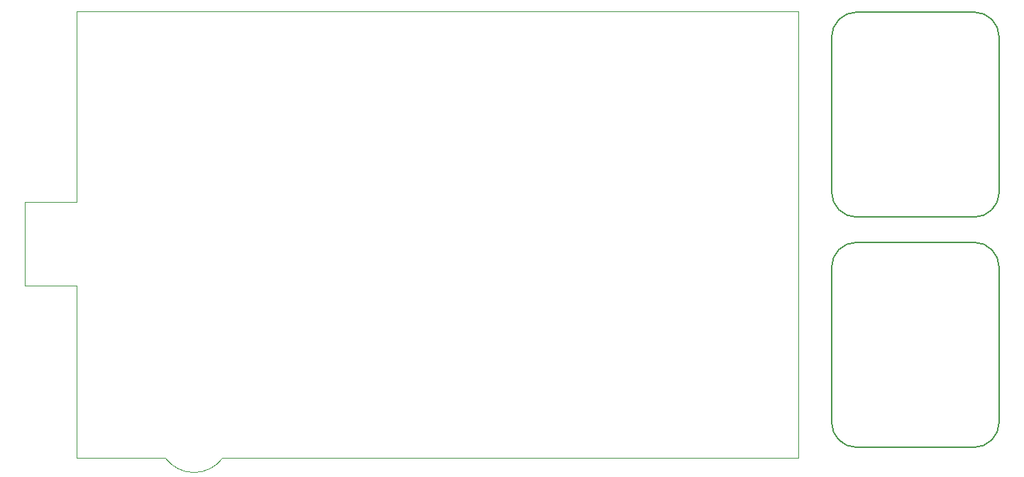
<source format=gm1>
%MOIN*%
%OFA0B0*%
%FSLAX46Y46*%
%IPPOS*%
%LPD*%
%ADD10C,0.0019685039370078744*%
%ADD21C,0.0078740157480314977*%
%ADD22C,0.0078740157480314977*%
G01*
D10*
X0003633000Y0002167319D02*
X0003633000Y0000075319D01*
X0000246000Y0000878319D02*
X0000000000Y0000878319D01*
X0000246000Y0000748319D02*
X0000246000Y0000878319D01*
X0000000000Y0001272319D02*
X0000000000Y0000878319D01*
X0000246000Y0001272319D02*
X0000000000Y0001272319D01*
X0000246000Y0002167319D02*
X0000246000Y0001272319D01*
X0002844999Y0000067319D02*
X0003633000Y0000067319D01*
X0003633000Y0000075319D02*
X0003633000Y0000067319D01*
X0000246000Y0002167319D02*
X0003633000Y0002167319D01*
X0000661645Y0000067319D02*
X0000246000Y0000067319D01*
X0000961000Y0000067005D02*
X0002844999Y0000067319D01*
X0000930025Y0000067005D02*
X0000961000Y0000067005D01*
X0000930025Y0000067005D02*
G75*
G02*
X0000661645Y0000067319I-0000134072J0000100361D01*
G01*
X0000246000Y0000748319D02*
X0000246000Y0000067319D01*
G04 next file*
G04 #@! TF.GenerationSoftware,KiCad,Pcbnew,5.1.9-73d0e3b20d~88~ubuntu18.04.1*
G04 #@! TF.CreationDate,2021-02-13T22:07:47-05:00*
G04 #@! TF.ProjectId,connector,636f6e6e-6563-4746-9f72-2e6b69636164,v1.0.0*
G04 #@! TF.SameCoordinates,Original*
G04 #@! TF.FileFunction,Profile,NP*
G04 Gerber Fmt 4.6, Leading zero omitted, Abs format (unit mm)*
G04 Created by KiCad (PCBNEW 5.1.9-73d0e3b20d~88~ubuntu18.04.1) date 2021-02-13 22:07:47*
G01*
G04 APERTURE LIST*
G04 #@! TA.AperFunction,Profile*
G04 #@! TD*
G04 APERTURE END LIST*
D21*
X0003908590Y0000118110D02*
X0004459771Y0000118110D01*
X0003790480Y0000964566D02*
X0003790480Y0000236220D01*
X0004459771Y0001082677D02*
X0003908590Y0001082677D01*
X0004577881Y0000964566D02*
X0004577881Y0000236220D01*
X0004577881Y0000236220D02*
G75*
G02*
X0004459771Y0000118110I-0000118110D01*
G01*
X0003908590Y0000118110D02*
G75*
G02*
X0003790480Y0000236220J0000118110D01*
G01*
X0003790480Y0000964566D02*
G75*
G02*
X0003908590Y0001082677I0000118110D01*
G01*
X0004459771Y0001082677D02*
G75*
G02*
X0004577881Y0000964566J-0000118110D01*
G01*
G04 next file*
G04 #@! TF.GenerationSoftware,KiCad,Pcbnew,5.1.9-73d0e3b20d~88~ubuntu18.04.1*
G04 #@! TF.CreationDate,2021-02-13T22:07:47-05:00*
G04 #@! TF.ProjectId,connector,636f6e6e-6563-4746-9f72-2e6b69636164,v1.0.0*
G04 #@! TF.SameCoordinates,Original*
G04 #@! TF.FileFunction,Profile,NP*
G04 Gerber Fmt 4.6, Leading zero omitted, Abs format (unit mm)*
G04 Created by KiCad (PCBNEW 5.1.9-73d0e3b20d~88~ubuntu18.04.1) date 2021-02-13 22:07:47*
G01*
G04 APERTURE LIST*
G04 #@! TA.AperFunction,Profile*
G04 #@! TD*
G04 APERTURE END LIST*
D22*
X0003908590Y0001200787D02*
X0004459771Y0001200787D01*
X0003790480Y0002047244D02*
X0003790480Y0001318897D01*
X0004459771Y0002165354D02*
X0003908590Y0002165354D01*
X0004577881Y0002047244D02*
X0004577881Y0001318897D01*
X0004577881Y0001318897D02*
G75*
G02*
X0004459771Y0001200787I-0000118110D01*
G01*
X0003908590Y0001200787D02*
G75*
G02*
X0003790480Y0001318897J0000118110D01*
G01*
X0003790480Y0002047244D02*
G75*
G02*
X0003908590Y0002165354I0000118110D01*
G01*
X0004459771Y0002165354D02*
G75*
G02*
X0004577881Y0002047244J-0000118110D01*
G01*
M02*
</source>
